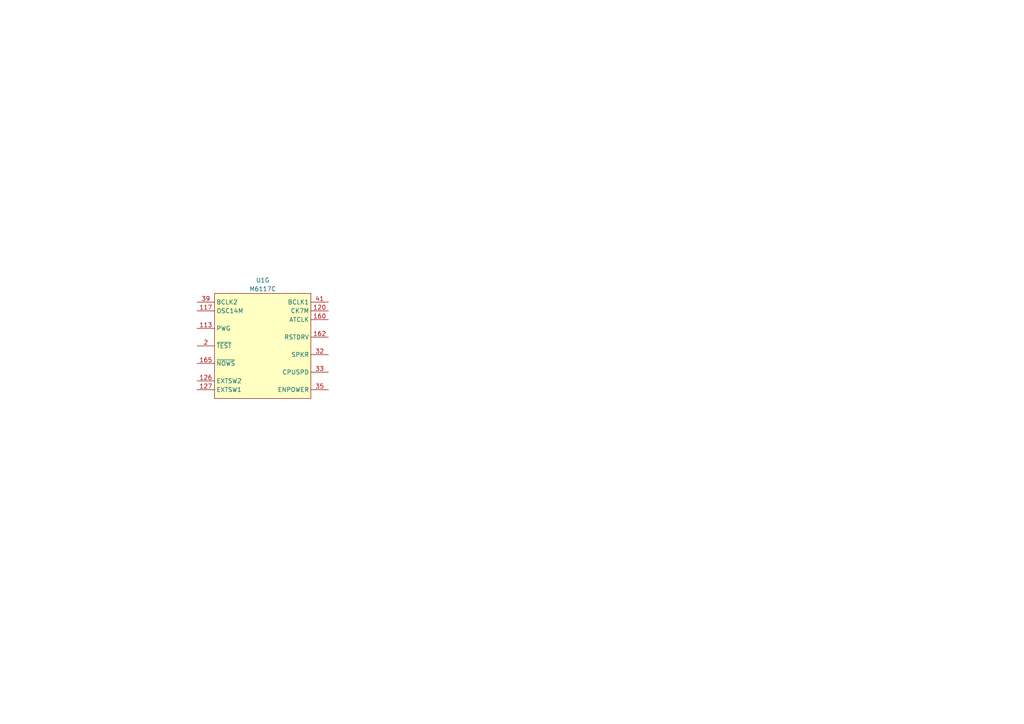
<source format=kicad_sch>
(kicad_sch (version 20231120) (generator "eeschema") (generator_version "8.0")
  (paper "A4")
  (lib_symbols
    (symbol "pc-parts:M6117C"
      (property "Reference" "U" (at 0 0 0))
      (symbol "M6117C_1_0"
        (unit_name "Power")
        (pin power_in line (at 17.78 12.7 270) (length 5.08) (name "VCC") (number "1"))
        (pin power_in line (at -1.27 -12.7 90) (length 5.08) (name "GND") (number "104"))
        (pin power_in line (at -2.54 12.7 270) (length 5.08) (name "VCC") (number "105"))
        (pin power_in line (at 1.27 -12.7 90) (length 5.08) (name "GND") (number "118"))
        (pin power_in line (at 3.81 -12.7 90) (length 5.08) (name "GND") (number "121"))
        (pin power_in line (at -5.08 12.7 270) (length 5.08) (name "VCC") (number "125"))
        (pin power_in line (at 6.35 -12.7 90) (length 5.08) (name "GND") (number "132"))
        (pin power_in line (at -7.62 12.7 270) (length 5.08) (name "VCC") (number "137"))
        (pin power_in line (at 15.24 12.7 270) (length 5.08) (name "VCC") (number "15"))
        (pin power_in line (at -10.16 12.7 270) (length 5.08) (name "VCC") (number "150"))
        (pin power_in line (at 8.89 -12.7 90) (length 5.08) (name "GND") (number "156"))
        (pin power_in line (at -12.7 12.7 270) (length 5.08) (name "VCC") (number "157"))
        (pin power_in line (at 11.43 -12.7 90) (length 5.08) (name "GND") (number "161"))
        (pin power_in line (at 13.97 -12.7 90) (length 5.08) (name "GND") (number "169"))
        (pin power_in line (at -15.24 12.7 270) (length 5.08) (name "VCC") (number "182"))
        (pin power_in line (at 16.51 -12.7 90) (length 5.08) (name "GND") (number "188"))
        (pin power_in line (at -17.78 12.7 270) (length 5.08) (name "VCC") (number "197"))
        (pin power_in line (at 19.05 -12.7 90) (length 5.08) (name "GND") (number "208"))
        (pin power_in line (at -16.51 -12.7 90) (length 5.08) (name "GND") (number "31"))
        (pin power_in line (at 12.7 12.7 270) (length 5.08) (name "VCC") (number "38"))
        (pin power_in line (at -13.97 -12.7 90) (length 5.08) (name "GND") (number "40"))
        (pin power_in line (at 10.16 12.7 270) (length 5.08) (name "VCC") (number "46"))
        (pin power_in line (at -11.43 -12.7 90) (length 5.08) (name "GND") (number "52"))
        (pin power_in line (at 7.62 12.7 270) (length 5.08) (name "VCC") (number "53"))
        (pin power_in line (at 5.08 12.7 270) (length 5.08) (name "VCC") (number "59"))
        (pin power_in line (at -8.89 -12.7 90) (length 5.08) (name "GND") (number "65"))
        (pin power_in line (at 2.54 12.7 270) (length 5.08) (name "VCC") (number "76"))
        (pin power_in line (at -19.05 -12.7 90) (length 5.08) (name "GND") (number "8"))
        (pin power_in line (at -6.35 -12.7 90) (length 5.08) (name "GND") (number "81"))
        (pin power_in line (at 0 12.7 270) (length 5.08) (name "VCC") (number "85"))
        (pin power_in line (at -3.81 -12.7 90) (length 5.08) (name "GND") (number "94"))
      )
      (symbol "M6117C_1_1"
        (unit_name "Power")
        (rectangle (start -20.955 7.62) (end 20.955 -7.62) (fill (type background)))
      )
      (symbol "M6117C_2_0"
        (unit_name "RAM")
        (pin output line (at -19.05 16.51 0) (length 5.08) (name "MA6") (number "100"))
        (pin output line (at -19.05 19.05 0) (length 5.08) (name "MA5") (number "101"))
        (pin output line (at -19.05 21.59 0) (length 5.08) (name "MA4") (number "102"))
        (pin output line (at -19.05 24.13 0) (length 5.08) (name "MA3") (number "103"))
        (pin output line (at -19.05 26.67 0) (length 5.08) (name "MA2") (number "106"))
        (pin output line (at -19.05 29.21 0) (length 5.08) (name "MA1") (number "107"))
        (pin output line (at -19.05 31.75 0) (length 5.08) (name "MA0") (number "108"))
        (pin bidirectional line (at 19.05 -6.35 180) (length 5.08) (name "BD15") (number "58"))
        (pin bidirectional line (at 19.05 -3.81 180) (length 5.08) (name "BD14") (number "60"))
        (pin bidirectional line (at 19.05 -1.27 180) (length 5.08) (name "BD13") (number "61"))
        (pin bidirectional line (at 19.05 1.27 180) (length 5.08) (name "BD12") (number "62"))
        (pin bidirectional line (at 19.05 3.81 180) (length 5.08) (name "BD11") (number "63"))
        (pin bidirectional line (at 19.05 6.35 180) (length 5.08) (name "BD10") (number "64"))
        (pin bidirectional line (at 19.05 8.89 180) (length 5.08) (name "BD9") (number "66"))
        (pin bidirectional line (at 19.05 11.43 180) (length 5.08) (name "BD8") (number "67"))
        (pin bidirectional line (at 19.05 13.97 180) (length 5.08) (name "BD7") (number "68"))
        (pin bidirectional line (at 19.05 16.51 180) (length 5.08) (name "BD6") (number "69"))
        (pin bidirectional line (at 19.05 19.05 180) (length 5.08) (name "BD5") (number "70"))
        (pin bidirectional line (at 19.05 21.59 180) (length 5.08) (name "BD4") (number "71"))
        (pin bidirectional line (at 19.05 24.13 180) (length 5.08) (name "BD3") (number "72"))
        (pin bidirectional line (at 19.05 26.67 180) (length 5.08) (name "BD2") (number "73"))
        (pin bidirectional line (at 19.05 29.21 180) (length 5.08) (name "BD1") (number "74"))
        (pin bidirectional line (at 19.05 31.75 180) (length 5.08) (name "BD0") (number "75"))
        (pin bidirectional line (at 19.05 -11.43 180) (length 5.08) (name "PDH") (number "77"))
        (pin bidirectional line (at 19.05 -13.97 180) (length 5.08) (name "PDL") (number "78"))
        (pin output line (at 19.05 -19.05 180) (length 5.08) (name "~{WE}") (number "79"))
        (pin output line (at -19.05 -8.89 0) (length 5.08) (name "~{RAS3}") (number "80"))
        (pin output line (at -19.05 -6.35 0) (length 5.08) (name "~{RAS2}") (number "82"))
        (pin output line (at -19.05 -3.81 0) (length 5.08) (name "~{RAS1}") (number "83"))
        (pin output line (at -19.05 -1.27 0) (length 5.08) (name "~{RAS0}") (number "84"))
        (pin output line (at -19.05 -31.75 0) (length 5.08) (name "~{CAS3H}") (number "86"))
        (pin output line (at -19.05 -29.21 0) (length 5.08) (name "~{CAS3L}") (number "87"))
        (pin output line (at -19.05 -26.67 0) (length 5.08) (name "~{CAS2H}") (number "88"))
        (pin output line (at -19.05 -24.13 0) (length 5.08) (name "~{CAS2L}") (number "89"))
        (pin output line (at -19.05 -21.59 0) (length 5.08) (name "~{CAS1H}") (number "90"))
        (pin output line (at -19.05 -19.05 0) (length 5.08) (name "~{CAS1L}") (number "91"))
        (pin output line (at -19.05 -16.51 0) (length 5.08) (name "~{CAS0H}") (number "92"))
        (pin output line (at -19.05 -13.97 0) (length 5.08) (name "~{CAS0L}") (number "93"))
        (pin output line (at -19.05 3.81 0) (length 5.08) (name "MA11") (number "95"))
        (pin output line (at -19.05 6.35 0) (length 5.08) (name "MA10") (number "96"))
        (pin output line (at -19.05 8.89 0) (length 5.08) (name "MA9") (number "97"))
        (pin output line (at -19.05 11.43 0) (length 5.08) (name "MA8") (number "98"))
        (pin output line (at -19.05 13.97 0) (length 5.08) (name "MA7") (number "99"))
      )
      (symbol "M6117C_2_1"
        (unit_name "RAM")
        (rectangle (start -13.97 33.655) (end 13.97 -33.655) (fill (type background)))
      )
      (symbol "M6117C_3_0"
        (unit_name "RTC and ROM Interface")
        (pin output line (at -19.05 0 0) (length 5.08) (name "AS") (number "109"))
        (pin power_in line (at -19.05 12.7 0) (length 5.08) (name "VBAT") (number "110"))
        (pin input line (at -19.05 7.62 0) (length 5.08) (name "XTAL1") (number "111"))
        (pin output line (at -19.05 5.08 0) (length 5.08) (name "XTAL2") (number "112"))
        (pin output line (at -19.05 -5.08 0) (length 5.08) (name "~{RTCW}") (number "114"))
        (pin output line (at -19.05 -7.62 0) (length 5.08) (name "~{RTCR}") (number "115"))
        (pin input line (at -19.05 -12.7 0) (length 5.08) (name "~{IRQ8}") (number "116"))
        (pin bidirectional line (at 19.05 -10.16 180) (length 5.08) (name "~{ROMKBCS}") (number "119"))
        (pin bidirectional line (at 19.05 -5.08 180) (length 5.08) (name "XD7") (number "128"))
        (pin bidirectional line (at 19.05 -2.54 180) (length 5.08) (name "XD6") (number "129"))
        (pin bidirectional line (at 19.05 0 180) (length 5.08) (name "XD5") (number "130"))
        (pin bidirectional line (at 19.05 2.54 180) (length 5.08) (name "XD4") (number "131"))
        (pin bidirectional line (at 19.05 5.08 180) (length 5.08) (name "XD3") (number "133"))
        (pin bidirectional line (at 19.05 7.62 180) (length 5.08) (name "XD2") (number "134"))
        (pin bidirectional line (at 19.05 10.16 180) (length 5.08) (name "XD1") (number "135"))
        (pin bidirectional line (at 19.05 12.7 180) (length 5.08) (name "XD0") (number "136"))
      )
      (symbol "M6117C_3_1"
        (unit_name "RTC and ROM Interface")
        (rectangle (start -13.97 15.24) (end 13.97 -15.24) (fill (type background)))
      )
      (symbol "M6117C_4_0"
        (unit_name "NPU Interface")
        (pin output line (at 19.05 -8.89 180) (length 5.08) (name "~{RDY0}") (number "30"))
        (pin output line (at 19.05 -3.81 180) (length 5.08) (name "~{BEH}") (number "36"))
        (pin output line (at 19.05 -6.35 180) (length 5.08) (name "~{BEL}") (number "37"))
        (pin output line (at -19.05 8.89 0) (length 5.08) (name "BA25") (number "42"))
        (pin output line (at -19.05 6.35 0) (length 5.08) (name "BA24") (number "43"))
        (pin output line (at -19.05 3.81 0) (length 5.08) (name "BA23") (number "44"))
        (pin output line (at -19.05 1.27 0) (length 5.08) (name "BA2") (number "45"))
        (pin input line (at -19.05 -1.27 0) (length 5.08) (name "~{BUSY7}") (number "47"))
        (pin output line (at 19.05 8.89 180) (length 5.08) (name "W/~{R}") (number "48"))
        (pin output line (at 19.05 6.35 180) (length 5.08) (name "D/~{C}") (number "49"))
        (pin output line (at 19.05 3.81 180) (length 5.08) (name "M/~{IO}") (number "50"))
        (pin output line (at 19.05 1.27 180) (length 5.08) (name "RSTNP") (number "51"))
        (pin output line (at 19.05 -1.27 180) (length 5.08) (name "~{ADS}") (number "54"))
        (pin input line (at -19.05 -3.81 0) (length 5.08) (name "~{ERR7}") (number "55"))
        (pin input line (at -19.05 -6.35 0) (length 5.08) (name "~{NPRDY7}") (number "56"))
        (pin input line (at -19.05 -8.89 0) (length 5.08) (name "PRQ7") (number "57"))
      )
      (symbol "M6117C_4_1"
        (unit_name "NPU Interface")
        (rectangle (start -13.97 10.795) (end 13.97 -10.795) (fill (type background)))
      )
      (symbol "M6117C_5_0"
        (unit_name "Keyboard and Mouse")
        (pin bidirectional line (at 19.05 5.08 180) (length 5.08) (name "KBCLK") (number "122"))
        (pin bidirectional line (at 19.05 2.54 180) (length 5.08) (name "KBDATA") (number "123"))
        (pin bidirectional line (at 19.05 -5.08 180) (length 5.08) (name "MSDATA/IRQ12") (number "155"))
        (pin bidirectional line (at 19.05 -2.54 180) (length 5.08) (name "MSCLK") (number "34"))
      )
      (symbol "M6117C_5_1"
        (unit_name "Keyboard and Mouse")
        (rectangle (start -13.97 6.985) (end 13.97 -6.985) (fill (type background)))
      )
      (symbol "M6117C_6_0"
        (unit_name "ISA Interface")
        (pin bidirectional line (at 19.05 25.4 180) (length 5.08) (name "SD12") (number "10"))
        (pin bidirectional line (at 19.05 22.86 180) (length 5.08) (name "SD13") (number "11"))
        (pin bidirectional line (at 19.05 20.32 180) (length 5.08) (name "SD14") (number "12"))
        (pin bidirectional line (at -19.05 -27.94 0) (length 5.08) (name "IRQ1") (number "124"))
        (pin bidirectional line (at 19.05 17.78 180) (length 5.08) (name "SD15") (number "13"))
        (pin bidirectional line (at 19.05 38.1 180) (length 5.08) (name "SD7") (number "138"))
        (pin bidirectional line (at 19.05 40.64 180) (length 5.08) (name "SD6") (number "139"))
        (pin output line (at -19.05 38.1 0) (length 5.08) (name "TC") (number "14"))
        (pin bidirectional line (at 19.05 43.18 180) (length 5.08) (name "SD5") (number "140"))
        (pin bidirectional line (at 19.05 45.72 180) (length 5.08) (name "SD4") (number "141"))
        (pin bidirectional line (at 19.05 48.26 180) (length 5.08) (name "SD3") (number "142"))
        (pin bidirectional line (at 19.05 50.8 180) (length 5.08) (name "SD2") (number "143"))
        (pin bidirectional line (at 19.05 53.34 180) (length 5.08) (name "SD1") (number "144"))
        (pin bidirectional line (at 19.05 55.88 180) (length 5.08) (name "SD0") (number "145"))
        (pin input line (at -19.05 -43.18 0) (length 5.08) (name "IRQ9") (number "146"))
        (pin input line (at -19.05 -40.64 0) (length 5.08) (name "IRQ7") (number "147"))
        (pin input line (at -19.05 -38.1 0) (length 5.08) (name "IRQ6") (number "148"))
        (pin input line (at -19.05 -35.56 0) (length 5.08) (name "IRQ5") (number "149"))
        (pin input line (at -19.05 -33.02 0) (length 5.08) (name "IRQ4") (number "151"))
        (pin input line (at -19.05 -30.48 0) (length 5.08) (name "IRQ3") (number "152"))
        (pin input line (at -19.05 -45.72 0) (length 5.08) (name "IRQ10") (number "153"))
        (pin input line (at -19.05 -48.26 0) (length 5.08) (name "IRQ11") (number "154"))
        (pin input line (at -19.05 -50.8 0) (length 5.08) (name "IRQ14") (number "158"))
        (pin input line (at -19.05 -53.34 0) (length 5.08) (name "IRQ15") (number "159"))
        (pin bidirectional line (at -19.05 10.16 0) (length 5.08) (name "~{DACK0}") (number "16"))
        (pin bidirectional line (at -19.05 35.56 0) (length 5.08) (name "~{REFRESH}") (number "163"))
        (pin input line (at -19.05 33.02 0) (length 5.08) (name "IOCHRDY") (number "164"))
        (pin bidirectional line (at -19.05 30.48 0) (length 5.08) (name "~{IOR}") (number "166"))
        (pin bidirectional line (at -19.05 27.94 0) (length 5.08) (name "~{IOW}") (number "167"))
        (pin output line (at -19.05 25.4 0) (length 5.08) (name "~{SMEMR}") (number "168"))
        (pin bidirectional line (at -19.05 7.62 0) (length 5.08) (name "DRQ0") (number "17"))
        (pin output line (at -19.05 22.86 0) (length 5.08) (name "~{SMEMW}") (number "170"))
        (pin bidirectional line (at -19.05 20.32 0) (length 5.08) (name "~{MRD}") (number "171"))
        (pin bidirectional line (at -19.05 17.78 0) (length 5.08) (name "~{MWT}") (number "172"))
        (pin output line (at -19.05 15.24 0) (length 5.08) (name "BALE") (number "173"))
        (pin bidirectional line (at 19.05 -35.56 180) (length 5.08) (name "~{HDCS1}/SA19") (number "174"))
        (pin bidirectional line (at 19.05 -33.02 180) (length 5.08) (name "~{HDCS0}/SA18") (number "175"))
        (pin bidirectional line (at 19.05 -30.48 180) (length 5.08) (name "~{HDEN}/SA17") (number "176"))
        (pin bidirectional line (at 19.05 -27.94 180) (length 5.08) (name "SA16") (number "177"))
        (pin bidirectional line (at 19.05 -25.4 180) (length 5.08) (name "SA15") (number "178"))
        (pin bidirectional line (at 19.05 -22.86 180) (length 5.08) (name "SA14") (number "179"))
        (pin bidirectional line (at -19.05 5.08 0) (length 5.08) (name "~{DACK1}") (number "18"))
        (pin bidirectional line (at 19.05 -20.32 180) (length 5.08) (name "SA13") (number "180"))
        (pin bidirectional line (at 19.05 -17.78 180) (length 5.08) (name "SA12") (number "181"))
        (pin bidirectional line (at 19.05 -15.24 180) (length 5.08) (name "SA11") (number "183"))
        (pin bidirectional line (at 19.05 -12.7 180) (length 5.08) (name "SA10") (number "184"))
        (pin bidirectional line (at 19.05 -10.16 180) (length 5.08) (name "SA9") (number "185"))
        (pin bidirectional line (at 19.05 -7.62 180) (length 5.08) (name "SA8") (number "186"))
        (pin bidirectional line (at 19.05 -5.08 180) (length 5.08) (name "SA7") (number "187"))
        (pin bidirectional line (at 19.05 -2.54 180) (length 5.08) (name "SA6") (number "189"))
        (pin bidirectional line (at -19.05 2.54 0) (length 5.08) (name "DRQ1") (number "19"))
        (pin bidirectional line (at 19.05 0 180) (length 5.08) (name "SA5") (number "190"))
        (pin bidirectional line (at 19.05 2.54 180) (length 5.08) (name "SA4") (number "191"))
        (pin bidirectional line (at 19.05 5.08 180) (length 5.08) (name "SA3") (number "192"))
        (pin bidirectional line (at 19.05 7.62 180) (length 5.08) (name "SA2") (number "193"))
        (pin bidirectional line (at 19.05 10.16 180) (length 5.08) (name "SA1") (number "194"))
        (pin bidirectional line (at 19.05 12.7 180) (length 5.08) (name "SA0") (number "195"))
        (pin input line (at -19.05 48.26 0) (length 5.08) (name "~{IOCHK}") (number "196"))
        (pin input line (at -19.05 45.72 0) (length 5.08) (name "~{MASTER}") (number "198"))
        (pin bidirectional line (at -19.05 43.18 0) (length 5.08) (name "AEN") (number "199"))
        (pin bidirectional line (at -19.05 0 0) (length 5.08) (name "~{DACK2}") (number "20"))
        (pin bidirectional line (at -19.05 40.64 0) (length 5.08) (name "~{BHE}") (number "200"))
        (pin bidirectional line (at 19.05 -55.88 180) (length 5.08) (name "LA23") (number "201"))
        (pin bidirectional line (at 19.05 -53.34 180) (length 5.08) (name "LA22") (number "202"))
        (pin bidirectional line (at 19.05 -50.8 180) (length 5.08) (name "LA21") (number "203"))
        (pin bidirectional line (at 19.05 -48.26 180) (length 5.08) (name "LA20") (number "204"))
        (pin bidirectional line (at 19.05 -45.72 180) (length 5.08) (name "LA19") (number "205"))
        (pin bidirectional line (at 19.05 -43.18 180) (length 5.08) (name "LA18") (number "206"))
        (pin bidirectional line (at 19.05 -40.64 180) (length 5.08) (name "LA17") (number "207"))
        (pin bidirectional line (at -19.05 -2.54 0) (length 5.08) (name "DRQ2") (number "21"))
        (pin bidirectional line (at -19.05 -5.08 0) (length 5.08) (name "~{DACK3}") (number "22"))
        (pin bidirectional line (at -19.05 -7.62 0) (length 5.08) (name "DRQ3") (number "23"))
        (pin bidirectional line (at -19.05 -10.16 0) (length 5.08) (name "~{DACK5}") (number "24"))
        (pin bidirectional line (at -19.05 -12.7 0) (length 5.08) (name "DRQ5") (number "25"))
        (pin bidirectional line (at -19.05 -15.24 0) (length 5.08) (name "~{DACK6}") (number "26"))
        (pin bidirectional line (at -19.05 -17.78 0) (length 5.08) (name "DRQ6") (number "27"))
        (pin bidirectional line (at -19.05 -20.32 0) (length 5.08) (name "~{DACK7}") (number "28"))
        (pin bidirectional line (at -19.05 -22.86 0) (length 5.08) (name "DRQ7") (number "29"))
        (pin input line (at -19.05 53.34 0) (length 5.08) (name "~{IO16}") (number "3"))
        (pin input line (at -19.05 50.8 0) (length 5.08) (name "~{MEM16}") (number "4"))
        (pin bidirectional line (at 19.05 35.56 180) (length 5.08) (name "SD8") (number "5"))
        (pin bidirectional line (at 19.05 33.02 180) (length 5.08) (name "SD9") (number "6"))
        (pin bidirectional line (at 19.05 30.48 180) (length 5.08) (name "SD10") (number "7"))
        (pin bidirectional line (at 19.05 27.94 180) (length 5.08) (name "SD11") (number "9"))
      )
      (symbol "M6117C_6_1"
        (unit_name "ISA Interface")
        (rectangle (start -13.97 58.42) (end 13.97 -58.42) (fill (type background)))
      )
      (symbol "M6117C_7_0"
        (unit_name "Oscillators and Misc")
        (pin input line (at -19.05 5.08 0) (length 5.08) (name "PWG") (number "113"))
        (pin input line (at -19.05 10.16 0) (length 5.08) (name "OSC14M") (number "117"))
        (pin output line (at 19.05 10.16 180) (length 5.08) (name "CK7M") (number "120"))
        (pin input line (at -19.05 -10.16 0) (length 5.08) (name "EXTSW2") (number "126"))
        (pin input line (at -19.05 -12.7 0) (length 5.08) (name "EXTSW1") (number "127"))
        (pin output line (at 19.05 7.62 180) (length 5.08) (name "ATCLK") (number "160"))
        (pin output line (at 19.05 2.54 180) (length 5.08) (name "RSTDRV") (number "162"))
        (pin input line (at -19.05 -5.08 0) (length 5.08) (name "~{NOWS}") (number "165"))
        (pin input line (at -19.05 0 0) (length 5.08) (name "~{TEST}") (number "2"))
        (pin output line (at 19.05 -2.54 180) (length 5.08) (name "SPKR") (number "32"))
        (pin output line (at 19.05 -7.62 180) (length 5.08) (name "CPUSPD") (number "33"))
        (pin output line (at 19.05 -12.7 180) (length 5.08) (name "ENPOWER") (number "35"))
        (pin input line (at -19.05 12.7 0) (length 5.08) (name "BCLK2") (number "39"))
        (pin output line (at 19.05 12.7 180) (length 5.08) (name "BCLK1") (number "41"))
      )
      (symbol "M6117C_7_1"
        (unit_name "Oscillators and Misc")
        (rectangle (start -13.97 15.24) (end 13.97 -15.24) (fill (type background)))
      )
    )
  )
  (symbol (lib_id "pc-parts:M6117C") (at 76.2 100.33 0) (unit 7)
    (property "Reference" "U1" (at 76.2 81.28 0))
    (property "Value" "M6117C" (at 76.2 83.82 0))
  )
)
</source>
